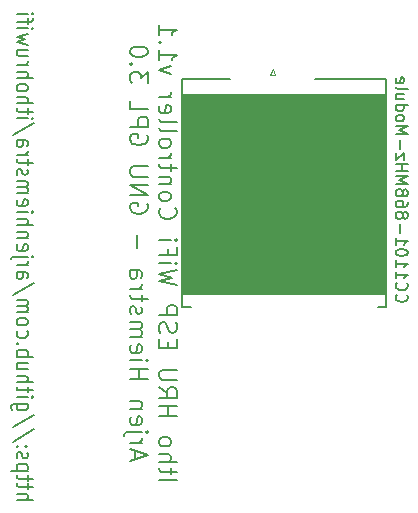
<source format=gbo>
G04 #@! TF.GenerationSoftware,KiCad,Pcbnew,(5.1.9-0-10_14)*
G04 #@! TF.CreationDate,2021-10-19T13:09:04+02:00*
G04 #@! TF.ProjectId,ithowifi_4l,6974686f-7769-4666-995f-346c2e6b6963,rev?*
G04 #@! TF.SameCoordinates,Original*
G04 #@! TF.FileFunction,Legend,Bot*
G04 #@! TF.FilePolarity,Positive*
%FSLAX46Y46*%
G04 Gerber Fmt 4.6, Leading zero omitted, Abs format (unit mm)*
G04 Created by KiCad (PCBNEW (5.1.9-0-10_14)) date 2021-10-19 13:09:04*
%MOMM*%
%LPD*%
G01*
G04 APERTURE LIST*
%ADD10C,0.100000*%
%ADD11C,0.200000*%
%ADD12C,0.150000*%
%ADD13C,0.120000*%
G04 APERTURE END LIST*
D10*
G36*
X104504000Y-131809200D02*
G01*
X87257400Y-131809200D01*
X87232000Y-114842000D01*
X104504000Y-114842000D01*
X104504000Y-131809200D01*
G37*
X104504000Y-131809200D02*
X87257400Y-131809200D01*
X87232000Y-114842000D01*
X104504000Y-114842000D01*
X104504000Y-131809200D01*
D11*
X73217166Y-149222428D02*
X74617166Y-149222428D01*
X73217166Y-148708142D02*
X73950500Y-148708142D01*
X74083833Y-148765285D01*
X74150500Y-148879571D01*
X74150500Y-149051000D01*
X74083833Y-149165285D01*
X74017166Y-149222428D01*
X74150500Y-148308142D02*
X74150500Y-147851000D01*
X74617166Y-148136714D02*
X73417166Y-148136714D01*
X73283833Y-148079571D01*
X73217166Y-147965285D01*
X73217166Y-147851000D01*
X74150500Y-147622428D02*
X74150500Y-147165285D01*
X74617166Y-147451000D02*
X73417166Y-147451000D01*
X73283833Y-147393857D01*
X73217166Y-147279571D01*
X73217166Y-147165285D01*
X74150500Y-146765285D02*
X72750500Y-146765285D01*
X74083833Y-146765285D02*
X74150500Y-146651000D01*
X74150500Y-146422428D01*
X74083833Y-146308142D01*
X74017166Y-146251000D01*
X73883833Y-146193857D01*
X73483833Y-146193857D01*
X73350500Y-146251000D01*
X73283833Y-146308142D01*
X73217166Y-146422428D01*
X73217166Y-146651000D01*
X73283833Y-146765285D01*
X73283833Y-145736714D02*
X73217166Y-145622428D01*
X73217166Y-145393857D01*
X73283833Y-145279571D01*
X73417166Y-145222428D01*
X73483833Y-145222428D01*
X73617166Y-145279571D01*
X73683833Y-145393857D01*
X73683833Y-145565285D01*
X73750500Y-145679571D01*
X73883833Y-145736714D01*
X73950500Y-145736714D01*
X74083833Y-145679571D01*
X74150500Y-145565285D01*
X74150500Y-145393857D01*
X74083833Y-145279571D01*
X73350500Y-144708142D02*
X73283833Y-144651000D01*
X73217166Y-144708142D01*
X73283833Y-144765285D01*
X73350500Y-144708142D01*
X73217166Y-144708142D01*
X74083833Y-144708142D02*
X74017166Y-144651000D01*
X73950500Y-144708142D01*
X74017166Y-144765285D01*
X74083833Y-144708142D01*
X73950500Y-144708142D01*
X74683833Y-143279571D02*
X72883833Y-144308142D01*
X74683833Y-142022428D02*
X72883833Y-143051000D01*
X74150500Y-141108142D02*
X73017166Y-141108142D01*
X72883833Y-141165285D01*
X72817166Y-141222428D01*
X72750500Y-141336714D01*
X72750500Y-141508142D01*
X72817166Y-141622428D01*
X73283833Y-141108142D02*
X73217166Y-141222428D01*
X73217166Y-141451000D01*
X73283833Y-141565285D01*
X73350500Y-141622428D01*
X73483833Y-141679571D01*
X73883833Y-141679571D01*
X74017166Y-141622428D01*
X74083833Y-141565285D01*
X74150500Y-141451000D01*
X74150500Y-141222428D01*
X74083833Y-141108142D01*
X73217166Y-140536714D02*
X74150500Y-140536714D01*
X74617166Y-140536714D02*
X74550500Y-140593857D01*
X74483833Y-140536714D01*
X74550500Y-140479571D01*
X74617166Y-140536714D01*
X74483833Y-140536714D01*
X74150500Y-140136714D02*
X74150500Y-139679571D01*
X74617166Y-139965285D02*
X73417166Y-139965285D01*
X73283833Y-139908142D01*
X73217166Y-139793857D01*
X73217166Y-139679571D01*
X73217166Y-139279571D02*
X74617166Y-139279571D01*
X73217166Y-138765285D02*
X73950500Y-138765285D01*
X74083833Y-138822428D01*
X74150500Y-138936714D01*
X74150500Y-139108142D01*
X74083833Y-139222428D01*
X74017166Y-139279571D01*
X74150500Y-137679571D02*
X73217166Y-137679571D01*
X74150500Y-138193857D02*
X73417166Y-138193857D01*
X73283833Y-138136714D01*
X73217166Y-138022428D01*
X73217166Y-137851000D01*
X73283833Y-137736714D01*
X73350500Y-137679571D01*
X73217166Y-137108142D02*
X74617166Y-137108142D01*
X74083833Y-137108142D02*
X74150500Y-136993857D01*
X74150500Y-136765285D01*
X74083833Y-136651000D01*
X74017166Y-136593857D01*
X73883833Y-136536714D01*
X73483833Y-136536714D01*
X73350500Y-136593857D01*
X73283833Y-136651000D01*
X73217166Y-136765285D01*
X73217166Y-136993857D01*
X73283833Y-137108142D01*
X73350500Y-136022428D02*
X73283833Y-135965285D01*
X73217166Y-136022428D01*
X73283833Y-136079571D01*
X73350500Y-136022428D01*
X73217166Y-136022428D01*
X73283833Y-134936714D02*
X73217166Y-135051000D01*
X73217166Y-135279571D01*
X73283833Y-135393857D01*
X73350500Y-135451000D01*
X73483833Y-135508142D01*
X73883833Y-135508142D01*
X74017166Y-135451000D01*
X74083833Y-135393857D01*
X74150500Y-135279571D01*
X74150500Y-135051000D01*
X74083833Y-134936714D01*
X73217166Y-134251000D02*
X73283833Y-134365285D01*
X73350500Y-134422428D01*
X73483833Y-134479571D01*
X73883833Y-134479571D01*
X74017166Y-134422428D01*
X74083833Y-134365285D01*
X74150500Y-134251000D01*
X74150500Y-134079571D01*
X74083833Y-133965285D01*
X74017166Y-133908142D01*
X73883833Y-133851000D01*
X73483833Y-133851000D01*
X73350500Y-133908142D01*
X73283833Y-133965285D01*
X73217166Y-134079571D01*
X73217166Y-134251000D01*
X73217166Y-133336714D02*
X74150500Y-133336714D01*
X74017166Y-133336714D02*
X74083833Y-133279571D01*
X74150500Y-133165285D01*
X74150500Y-132993857D01*
X74083833Y-132879571D01*
X73950500Y-132822428D01*
X73217166Y-132822428D01*
X73950500Y-132822428D02*
X74083833Y-132765285D01*
X74150500Y-132651000D01*
X74150500Y-132479571D01*
X74083833Y-132365285D01*
X73950500Y-132308142D01*
X73217166Y-132308142D01*
X74683833Y-130879571D02*
X72883833Y-131908142D01*
X73217166Y-129965285D02*
X73950500Y-129965285D01*
X74083833Y-130022428D01*
X74150500Y-130136714D01*
X74150500Y-130365285D01*
X74083833Y-130479571D01*
X73283833Y-129965285D02*
X73217166Y-130079571D01*
X73217166Y-130365285D01*
X73283833Y-130479571D01*
X73417166Y-130536714D01*
X73550500Y-130536714D01*
X73683833Y-130479571D01*
X73750500Y-130365285D01*
X73750500Y-130079571D01*
X73817166Y-129965285D01*
X73217166Y-129393857D02*
X74150500Y-129393857D01*
X73883833Y-129393857D02*
X74017166Y-129336714D01*
X74083833Y-129279571D01*
X74150500Y-129165285D01*
X74150500Y-129050999D01*
X74150500Y-128650999D02*
X72950500Y-128650999D01*
X72817166Y-128708142D01*
X72750500Y-128822428D01*
X72750500Y-128879571D01*
X74617166Y-128650999D02*
X74550500Y-128708142D01*
X74483833Y-128650999D01*
X74550500Y-128593857D01*
X74617166Y-128650999D01*
X74483833Y-128650999D01*
X73283833Y-127622428D02*
X73217166Y-127736714D01*
X73217166Y-127965285D01*
X73283833Y-128079571D01*
X73417166Y-128136714D01*
X73950500Y-128136714D01*
X74083833Y-128079571D01*
X74150500Y-127965285D01*
X74150500Y-127736714D01*
X74083833Y-127622428D01*
X73950500Y-127565285D01*
X73817166Y-127565285D01*
X73683833Y-128136714D01*
X74150500Y-127050999D02*
X73217166Y-127050999D01*
X74017166Y-127050999D02*
X74083833Y-126993857D01*
X74150500Y-126879571D01*
X74150500Y-126708142D01*
X74083833Y-126593857D01*
X73950500Y-126536714D01*
X73217166Y-126536714D01*
X73217166Y-125965285D02*
X74617166Y-125965285D01*
X73217166Y-125450999D02*
X73950500Y-125450999D01*
X74083833Y-125508142D01*
X74150500Y-125622428D01*
X74150500Y-125793857D01*
X74083833Y-125908142D01*
X74017166Y-125965285D01*
X73217166Y-124879571D02*
X74150500Y-124879571D01*
X74617166Y-124879571D02*
X74550500Y-124936714D01*
X74483833Y-124879571D01*
X74550500Y-124822428D01*
X74617166Y-124879571D01*
X74483833Y-124879571D01*
X73283833Y-123850999D02*
X73217166Y-123965285D01*
X73217166Y-124193857D01*
X73283833Y-124308142D01*
X73417166Y-124365285D01*
X73950500Y-124365285D01*
X74083833Y-124308142D01*
X74150500Y-124193857D01*
X74150500Y-123965285D01*
X74083833Y-123850999D01*
X73950500Y-123793857D01*
X73817166Y-123793857D01*
X73683833Y-124365285D01*
X73217166Y-123279571D02*
X74150500Y-123279571D01*
X74017166Y-123279571D02*
X74083833Y-123222428D01*
X74150500Y-123108142D01*
X74150500Y-122936714D01*
X74083833Y-122822428D01*
X73950500Y-122765285D01*
X73217166Y-122765285D01*
X73950500Y-122765285D02*
X74083833Y-122708142D01*
X74150500Y-122593857D01*
X74150500Y-122422428D01*
X74083833Y-122308142D01*
X73950500Y-122250999D01*
X73217166Y-122250999D01*
X73283833Y-121736714D02*
X73217166Y-121622428D01*
X73217166Y-121393857D01*
X73283833Y-121279571D01*
X73417166Y-121222428D01*
X73483833Y-121222428D01*
X73617166Y-121279571D01*
X73683833Y-121393857D01*
X73683833Y-121565285D01*
X73750500Y-121679571D01*
X73883833Y-121736714D01*
X73950500Y-121736714D01*
X74083833Y-121679571D01*
X74150500Y-121565285D01*
X74150500Y-121393857D01*
X74083833Y-121279571D01*
X74150500Y-120879571D02*
X74150500Y-120422428D01*
X74617166Y-120708142D02*
X73417166Y-120708142D01*
X73283833Y-120650999D01*
X73217166Y-120536714D01*
X73217166Y-120422428D01*
X73217166Y-120022428D02*
X74150500Y-120022428D01*
X73883833Y-120022428D02*
X74017166Y-119965285D01*
X74083833Y-119908142D01*
X74150500Y-119793857D01*
X74150500Y-119679571D01*
X73217166Y-118765285D02*
X73950500Y-118765285D01*
X74083833Y-118822428D01*
X74150500Y-118936714D01*
X74150500Y-119165285D01*
X74083833Y-119279571D01*
X73283833Y-118765285D02*
X73217166Y-118879571D01*
X73217166Y-119165285D01*
X73283833Y-119279571D01*
X73417166Y-119336714D01*
X73550500Y-119336714D01*
X73683833Y-119279571D01*
X73750500Y-119165285D01*
X73750500Y-118879571D01*
X73817166Y-118765285D01*
X74683833Y-117336714D02*
X72883833Y-118365285D01*
X73217166Y-116936714D02*
X74150500Y-116936714D01*
X74617166Y-116936714D02*
X74550500Y-116993857D01*
X74483833Y-116936714D01*
X74550500Y-116879571D01*
X74617166Y-116936714D01*
X74483833Y-116936714D01*
X74150500Y-116536714D02*
X74150500Y-116079571D01*
X74617166Y-116365285D02*
X73417166Y-116365285D01*
X73283833Y-116308142D01*
X73217166Y-116193857D01*
X73217166Y-116079571D01*
X73217166Y-115679571D02*
X74617166Y-115679571D01*
X73217166Y-115165285D02*
X73950500Y-115165285D01*
X74083833Y-115222428D01*
X74150500Y-115336714D01*
X74150500Y-115508142D01*
X74083833Y-115622428D01*
X74017166Y-115679571D01*
X73217166Y-114422428D02*
X73283833Y-114536714D01*
X73350500Y-114593857D01*
X73483833Y-114651000D01*
X73883833Y-114651000D01*
X74017166Y-114593857D01*
X74083833Y-114536714D01*
X74150500Y-114422428D01*
X74150500Y-114251000D01*
X74083833Y-114136714D01*
X74017166Y-114079571D01*
X73883833Y-114022428D01*
X73483833Y-114022428D01*
X73350500Y-114079571D01*
X73283833Y-114136714D01*
X73217166Y-114251000D01*
X73217166Y-114422428D01*
X73217166Y-113508142D02*
X74617166Y-113508142D01*
X73217166Y-112993857D02*
X73950500Y-112993857D01*
X74083833Y-113051000D01*
X74150500Y-113165285D01*
X74150500Y-113336714D01*
X74083833Y-113451000D01*
X74017166Y-113508142D01*
X73217166Y-112422428D02*
X74150500Y-112422428D01*
X73883833Y-112422428D02*
X74017166Y-112365285D01*
X74083833Y-112308142D01*
X74150500Y-112193857D01*
X74150500Y-112079571D01*
X74150500Y-111165285D02*
X73217166Y-111165285D01*
X74150500Y-111679571D02*
X73417166Y-111679571D01*
X73283833Y-111622428D01*
X73217166Y-111508142D01*
X73217166Y-111336714D01*
X73283833Y-111222428D01*
X73350500Y-111165285D01*
X74150500Y-110708142D02*
X73217166Y-110479571D01*
X73883833Y-110251000D01*
X73217166Y-110022428D01*
X74150500Y-109793857D01*
X73217166Y-109336714D02*
X74150500Y-109336714D01*
X74617166Y-109336714D02*
X74550500Y-109393857D01*
X74483833Y-109336714D01*
X74550500Y-109279571D01*
X74617166Y-109336714D01*
X74483833Y-109336714D01*
X74150500Y-108936714D02*
X74150500Y-108479571D01*
X73217166Y-108765285D02*
X74417166Y-108765285D01*
X74550500Y-108708142D01*
X74617166Y-108593857D01*
X74617166Y-108479571D01*
X73217166Y-108079571D02*
X74150500Y-108079571D01*
X74617166Y-108079571D02*
X74550500Y-108136714D01*
X74483833Y-108079571D01*
X74550500Y-108022428D01*
X74617166Y-108079571D01*
X74483833Y-108079571D01*
X85255428Y-147583500D02*
X86755428Y-147583500D01*
X86255428Y-147083500D02*
X86255428Y-146512071D01*
X86755428Y-146869214D02*
X85469714Y-146869214D01*
X85326857Y-146797785D01*
X85255428Y-146654928D01*
X85255428Y-146512071D01*
X85255428Y-146012071D02*
X86755428Y-146012071D01*
X85255428Y-145369214D02*
X86041142Y-145369214D01*
X86184000Y-145440642D01*
X86255428Y-145583500D01*
X86255428Y-145797785D01*
X86184000Y-145940642D01*
X86112571Y-146012071D01*
X85255428Y-144440642D02*
X85326857Y-144583500D01*
X85398285Y-144654928D01*
X85541142Y-144726357D01*
X85969714Y-144726357D01*
X86112571Y-144654928D01*
X86184000Y-144583500D01*
X86255428Y-144440642D01*
X86255428Y-144226357D01*
X86184000Y-144083500D01*
X86112571Y-144012071D01*
X85969714Y-143940642D01*
X85541142Y-143940642D01*
X85398285Y-144012071D01*
X85326857Y-144083500D01*
X85255428Y-144226357D01*
X85255428Y-144440642D01*
X85255428Y-142154928D02*
X86755428Y-142154928D01*
X86041142Y-142154928D02*
X86041142Y-141297785D01*
X85255428Y-141297785D02*
X86755428Y-141297785D01*
X85255428Y-139726357D02*
X85969714Y-140226357D01*
X85255428Y-140583500D02*
X86755428Y-140583500D01*
X86755428Y-140012071D01*
X86684000Y-139869214D01*
X86612571Y-139797785D01*
X86469714Y-139726357D01*
X86255428Y-139726357D01*
X86112571Y-139797785D01*
X86041142Y-139869214D01*
X85969714Y-140012071D01*
X85969714Y-140583500D01*
X86755428Y-139083500D02*
X85541142Y-139083500D01*
X85398285Y-139012071D01*
X85326857Y-138940642D01*
X85255428Y-138797785D01*
X85255428Y-138512071D01*
X85326857Y-138369214D01*
X85398285Y-138297785D01*
X85541142Y-138226357D01*
X86755428Y-138226357D01*
X86041142Y-136369214D02*
X86041142Y-135869214D01*
X85255428Y-135654928D02*
X85255428Y-136369214D01*
X86755428Y-136369214D01*
X86755428Y-135654928D01*
X85326857Y-135083500D02*
X85255428Y-134869214D01*
X85255428Y-134512071D01*
X85326857Y-134369214D01*
X85398285Y-134297785D01*
X85541142Y-134226357D01*
X85684000Y-134226357D01*
X85826857Y-134297785D01*
X85898285Y-134369214D01*
X85969714Y-134512071D01*
X86041142Y-134797785D01*
X86112571Y-134940642D01*
X86184000Y-135012071D01*
X86326857Y-135083500D01*
X86469714Y-135083500D01*
X86612571Y-135012071D01*
X86684000Y-134940642D01*
X86755428Y-134797785D01*
X86755428Y-134440642D01*
X86684000Y-134226357D01*
X85255428Y-133583500D02*
X86755428Y-133583500D01*
X86755428Y-133012071D01*
X86684000Y-132869214D01*
X86612571Y-132797785D01*
X86469714Y-132726357D01*
X86255428Y-132726357D01*
X86112571Y-132797785D01*
X86041142Y-132869214D01*
X85969714Y-133012071D01*
X85969714Y-133583500D01*
X86755428Y-131083500D02*
X85255428Y-130726357D01*
X86326857Y-130440642D01*
X85255428Y-130154928D01*
X86755428Y-129797785D01*
X85255428Y-129226357D02*
X86255428Y-129226357D01*
X86755428Y-129226357D02*
X86684000Y-129297785D01*
X86612571Y-129226357D01*
X86684000Y-129154928D01*
X86755428Y-129226357D01*
X86612571Y-129226357D01*
X86041142Y-128012071D02*
X86041142Y-128512071D01*
X85255428Y-128512071D02*
X86755428Y-128512071D01*
X86755428Y-127797785D01*
X85255428Y-127226357D02*
X86255428Y-127226357D01*
X86755428Y-127226357D02*
X86684000Y-127297785D01*
X86612571Y-127226357D01*
X86684000Y-127154928D01*
X86755428Y-127226357D01*
X86612571Y-127226357D01*
X85398285Y-124512071D02*
X85326857Y-124583500D01*
X85255428Y-124797785D01*
X85255428Y-124940642D01*
X85326857Y-125154928D01*
X85469714Y-125297785D01*
X85612571Y-125369214D01*
X85898285Y-125440642D01*
X86112571Y-125440642D01*
X86398285Y-125369214D01*
X86541142Y-125297785D01*
X86684000Y-125154928D01*
X86755428Y-124940642D01*
X86755428Y-124797785D01*
X86684000Y-124583500D01*
X86612571Y-124512071D01*
X85255428Y-123654928D02*
X85326857Y-123797785D01*
X85398285Y-123869214D01*
X85541142Y-123940642D01*
X85969714Y-123940642D01*
X86112571Y-123869214D01*
X86184000Y-123797785D01*
X86255428Y-123654928D01*
X86255428Y-123440642D01*
X86184000Y-123297785D01*
X86112571Y-123226357D01*
X85969714Y-123154928D01*
X85541142Y-123154928D01*
X85398285Y-123226357D01*
X85326857Y-123297785D01*
X85255428Y-123440642D01*
X85255428Y-123654928D01*
X86255428Y-122512071D02*
X85255428Y-122512071D01*
X86112571Y-122512071D02*
X86184000Y-122440642D01*
X86255428Y-122297785D01*
X86255428Y-122083500D01*
X86184000Y-121940642D01*
X86041142Y-121869214D01*
X85255428Y-121869214D01*
X86255428Y-121369214D02*
X86255428Y-120797785D01*
X86755428Y-121154928D02*
X85469714Y-121154928D01*
X85326857Y-121083500D01*
X85255428Y-120940642D01*
X85255428Y-120797785D01*
X85255428Y-120297785D02*
X86255428Y-120297785D01*
X85969714Y-120297785D02*
X86112571Y-120226357D01*
X86184000Y-120154928D01*
X86255428Y-120012071D01*
X86255428Y-119869214D01*
X85255428Y-119154928D02*
X85326857Y-119297785D01*
X85398285Y-119369214D01*
X85541142Y-119440642D01*
X85969714Y-119440642D01*
X86112571Y-119369214D01*
X86184000Y-119297785D01*
X86255428Y-119154928D01*
X86255428Y-118940642D01*
X86184000Y-118797785D01*
X86112571Y-118726357D01*
X85969714Y-118654928D01*
X85541142Y-118654928D01*
X85398285Y-118726357D01*
X85326857Y-118797785D01*
X85255428Y-118940642D01*
X85255428Y-119154928D01*
X85255428Y-117797785D02*
X85326857Y-117940642D01*
X85469714Y-118012071D01*
X86755428Y-118012071D01*
X85255428Y-117012071D02*
X85326857Y-117154928D01*
X85469714Y-117226357D01*
X86755428Y-117226357D01*
X85326857Y-115869214D02*
X85255428Y-116012071D01*
X85255428Y-116297785D01*
X85326857Y-116440642D01*
X85469714Y-116512071D01*
X86041142Y-116512071D01*
X86184000Y-116440642D01*
X86255428Y-116297785D01*
X86255428Y-116012071D01*
X86184000Y-115869214D01*
X86041142Y-115797785D01*
X85898285Y-115797785D01*
X85755428Y-116512071D01*
X85255428Y-115154928D02*
X86255428Y-115154928D01*
X85969714Y-115154928D02*
X86112571Y-115083500D01*
X86184000Y-115012071D01*
X86255428Y-114869214D01*
X86255428Y-114726357D01*
X86255428Y-113226357D02*
X85255428Y-112869214D01*
X86255428Y-112512071D01*
X85255428Y-111154928D02*
X85255428Y-112012071D01*
X85255428Y-111583500D02*
X86755428Y-111583500D01*
X86541142Y-111726357D01*
X86398285Y-111869214D01*
X86326857Y-112012071D01*
X85398285Y-110512071D02*
X85326857Y-110440642D01*
X85255428Y-110512071D01*
X85326857Y-110583500D01*
X85398285Y-110512071D01*
X85255428Y-110512071D01*
X85255428Y-109012071D02*
X85255428Y-109869214D01*
X85255428Y-109440642D02*
X86755428Y-109440642D01*
X86541142Y-109583500D01*
X86398285Y-109726357D01*
X86326857Y-109869214D01*
X83234000Y-145797785D02*
X83234000Y-145083500D01*
X82805428Y-145940642D02*
X84305428Y-145440642D01*
X82805428Y-144940642D01*
X82805428Y-144440642D02*
X83805428Y-144440642D01*
X83519714Y-144440642D02*
X83662571Y-144369214D01*
X83734000Y-144297785D01*
X83805428Y-144154928D01*
X83805428Y-144012071D01*
X83805428Y-143512071D02*
X82519714Y-143512071D01*
X82376857Y-143583500D01*
X82305428Y-143726357D01*
X82305428Y-143797785D01*
X84305428Y-143512071D02*
X84234000Y-143583500D01*
X84162571Y-143512071D01*
X84234000Y-143440642D01*
X84305428Y-143512071D01*
X84162571Y-143512071D01*
X82876857Y-142226357D02*
X82805428Y-142369214D01*
X82805428Y-142654928D01*
X82876857Y-142797785D01*
X83019714Y-142869214D01*
X83591142Y-142869214D01*
X83734000Y-142797785D01*
X83805428Y-142654928D01*
X83805428Y-142369214D01*
X83734000Y-142226357D01*
X83591142Y-142154928D01*
X83448285Y-142154928D01*
X83305428Y-142869214D01*
X83805428Y-141512071D02*
X82805428Y-141512071D01*
X83662571Y-141512071D02*
X83734000Y-141440642D01*
X83805428Y-141297785D01*
X83805428Y-141083500D01*
X83734000Y-140940642D01*
X83591142Y-140869214D01*
X82805428Y-140869214D01*
X82805428Y-139012071D02*
X84305428Y-139012071D01*
X83591142Y-139012071D02*
X83591142Y-138154928D01*
X82805428Y-138154928D02*
X84305428Y-138154928D01*
X82805428Y-137440642D02*
X83805428Y-137440642D01*
X84305428Y-137440642D02*
X84234000Y-137512071D01*
X84162571Y-137440642D01*
X84234000Y-137369214D01*
X84305428Y-137440642D01*
X84162571Y-137440642D01*
X82876857Y-136154928D02*
X82805428Y-136297785D01*
X82805428Y-136583500D01*
X82876857Y-136726357D01*
X83019714Y-136797785D01*
X83591142Y-136797785D01*
X83734000Y-136726357D01*
X83805428Y-136583500D01*
X83805428Y-136297785D01*
X83734000Y-136154928D01*
X83591142Y-136083500D01*
X83448285Y-136083500D01*
X83305428Y-136797785D01*
X82805428Y-135440642D02*
X83805428Y-135440642D01*
X83662571Y-135440642D02*
X83734000Y-135369214D01*
X83805428Y-135226357D01*
X83805428Y-135012071D01*
X83734000Y-134869214D01*
X83591142Y-134797785D01*
X82805428Y-134797785D01*
X83591142Y-134797785D02*
X83734000Y-134726357D01*
X83805428Y-134583500D01*
X83805428Y-134369214D01*
X83734000Y-134226357D01*
X83591142Y-134154928D01*
X82805428Y-134154928D01*
X82876857Y-133512071D02*
X82805428Y-133369214D01*
X82805428Y-133083500D01*
X82876857Y-132940642D01*
X83019714Y-132869214D01*
X83091142Y-132869214D01*
X83234000Y-132940642D01*
X83305428Y-133083500D01*
X83305428Y-133297785D01*
X83376857Y-133440642D01*
X83519714Y-133512071D01*
X83591142Y-133512071D01*
X83734000Y-133440642D01*
X83805428Y-133297785D01*
X83805428Y-133083500D01*
X83734000Y-132940642D01*
X83805428Y-132440642D02*
X83805428Y-131869214D01*
X84305428Y-132226357D02*
X83019714Y-132226357D01*
X82876857Y-132154928D01*
X82805428Y-132012071D01*
X82805428Y-131869214D01*
X82805428Y-131369214D02*
X83805428Y-131369214D01*
X83519714Y-131369214D02*
X83662571Y-131297785D01*
X83734000Y-131226357D01*
X83805428Y-131083500D01*
X83805428Y-130940642D01*
X82805428Y-129797785D02*
X83591142Y-129797785D01*
X83734000Y-129869214D01*
X83805428Y-130012071D01*
X83805428Y-130297785D01*
X83734000Y-130440642D01*
X82876857Y-129797785D02*
X82805428Y-129940642D01*
X82805428Y-130297785D01*
X82876857Y-130440642D01*
X83019714Y-130512071D01*
X83162571Y-130512071D01*
X83305428Y-130440642D01*
X83376857Y-130297785D01*
X83376857Y-129940642D01*
X83448285Y-129797785D01*
X83376857Y-127940642D02*
X83376857Y-126797785D01*
X84234000Y-124154928D02*
X84305428Y-124297785D01*
X84305428Y-124512071D01*
X84234000Y-124726357D01*
X84091142Y-124869214D01*
X83948285Y-124940642D01*
X83662571Y-125012071D01*
X83448285Y-125012071D01*
X83162571Y-124940642D01*
X83019714Y-124869214D01*
X82876857Y-124726357D01*
X82805428Y-124512071D01*
X82805428Y-124369214D01*
X82876857Y-124154928D01*
X82948285Y-124083500D01*
X83448285Y-124083500D01*
X83448285Y-124369214D01*
X82805428Y-123440642D02*
X84305428Y-123440642D01*
X82805428Y-122583500D01*
X84305428Y-122583500D01*
X84305428Y-121869214D02*
X83091142Y-121869214D01*
X82948285Y-121797785D01*
X82876857Y-121726357D01*
X82805428Y-121583500D01*
X82805428Y-121297785D01*
X82876857Y-121154928D01*
X82948285Y-121083500D01*
X83091142Y-121012071D01*
X84305428Y-121012071D01*
X84234000Y-118369214D02*
X84305428Y-118512071D01*
X84305428Y-118726357D01*
X84234000Y-118940642D01*
X84091142Y-119083500D01*
X83948285Y-119154928D01*
X83662571Y-119226357D01*
X83448285Y-119226357D01*
X83162571Y-119154928D01*
X83019714Y-119083500D01*
X82876857Y-118940642D01*
X82805428Y-118726357D01*
X82805428Y-118583500D01*
X82876857Y-118369214D01*
X82948285Y-118297785D01*
X83448285Y-118297785D01*
X83448285Y-118583500D01*
X82805428Y-117654928D02*
X84305428Y-117654928D01*
X84305428Y-117083500D01*
X84234000Y-116940642D01*
X84162571Y-116869214D01*
X84019714Y-116797785D01*
X83805428Y-116797785D01*
X83662571Y-116869214D01*
X83591142Y-116940642D01*
X83519714Y-117083500D01*
X83519714Y-117654928D01*
X82805428Y-115440642D02*
X82805428Y-116154928D01*
X84305428Y-116154928D01*
X84305428Y-113940642D02*
X84305428Y-113012071D01*
X83734000Y-113512071D01*
X83734000Y-113297785D01*
X83662571Y-113154928D01*
X83591142Y-113083500D01*
X83448285Y-113012071D01*
X83091142Y-113012071D01*
X82948285Y-113083500D01*
X82876857Y-113154928D01*
X82805428Y-113297785D01*
X82805428Y-113726357D01*
X82876857Y-113869214D01*
X82948285Y-113940642D01*
X82948285Y-112369214D02*
X82876857Y-112297785D01*
X82805428Y-112369214D01*
X82876857Y-112440642D01*
X82948285Y-112369214D01*
X82805428Y-112369214D01*
X84305428Y-111369214D02*
X84305428Y-111226357D01*
X84234000Y-111083500D01*
X84162571Y-111012071D01*
X84019714Y-110940642D01*
X83734000Y-110869214D01*
X83376857Y-110869214D01*
X83091142Y-110940642D01*
X82948285Y-111012071D01*
X82876857Y-111083500D01*
X82805428Y-111226357D01*
X82805428Y-111369214D01*
X82876857Y-111512071D01*
X82948285Y-111583500D01*
X83091142Y-111654928D01*
X83376857Y-111726357D01*
X83734000Y-111726357D01*
X84019714Y-111654928D01*
X84162571Y-111583500D01*
X84234000Y-111512071D01*
X84305428Y-111369214D01*
D12*
X104522000Y-132889000D02*
X104522000Y-113589000D01*
X104522000Y-113589000D02*
X98497000Y-113589000D01*
X91247000Y-113589000D02*
X87222000Y-113589000D01*
X87222000Y-113589000D02*
X87222000Y-132889000D01*
X87222000Y-132889000D02*
X87972000Y-132889000D01*
X103772000Y-132889000D02*
X104522000Y-132889000D01*
D13*
X94631400Y-113258400D02*
X94881400Y-112758400D01*
X95131400Y-113258400D02*
X94631400Y-113258400D01*
X94881400Y-112758400D02*
X95131400Y-113258400D01*
D12*
X105420857Y-131865952D02*
X105373238Y-131913571D01*
X105325619Y-132056428D01*
X105325619Y-132151666D01*
X105373238Y-132294523D01*
X105468476Y-132389761D01*
X105563714Y-132437380D01*
X105754190Y-132485000D01*
X105897047Y-132485000D01*
X106087523Y-132437380D01*
X106182761Y-132389761D01*
X106278000Y-132294523D01*
X106325619Y-132151666D01*
X106325619Y-132056428D01*
X106278000Y-131913571D01*
X106230380Y-131865952D01*
X105420857Y-130865952D02*
X105373238Y-130913571D01*
X105325619Y-131056428D01*
X105325619Y-131151666D01*
X105373238Y-131294523D01*
X105468476Y-131389761D01*
X105563714Y-131437380D01*
X105754190Y-131485000D01*
X105897047Y-131485000D01*
X106087523Y-131437380D01*
X106182761Y-131389761D01*
X106278000Y-131294523D01*
X106325619Y-131151666D01*
X106325619Y-131056428D01*
X106278000Y-130913571D01*
X106230380Y-130865952D01*
X105325619Y-129913571D02*
X105325619Y-130485000D01*
X105325619Y-130199285D02*
X106325619Y-130199285D01*
X106182761Y-130294523D01*
X106087523Y-130389761D01*
X106039904Y-130485000D01*
X105325619Y-128961190D02*
X105325619Y-129532619D01*
X105325619Y-129246904D02*
X106325619Y-129246904D01*
X106182761Y-129342142D01*
X106087523Y-129437380D01*
X106039904Y-129532619D01*
X106325619Y-128342142D02*
X106325619Y-128246904D01*
X106278000Y-128151666D01*
X106230380Y-128104047D01*
X106135142Y-128056428D01*
X105944666Y-128008809D01*
X105706571Y-128008809D01*
X105516095Y-128056428D01*
X105420857Y-128104047D01*
X105373238Y-128151666D01*
X105325619Y-128246904D01*
X105325619Y-128342142D01*
X105373238Y-128437380D01*
X105420857Y-128485000D01*
X105516095Y-128532619D01*
X105706571Y-128580238D01*
X105944666Y-128580238D01*
X106135142Y-128532619D01*
X106230380Y-128485000D01*
X106278000Y-128437380D01*
X106325619Y-128342142D01*
X105325619Y-127056428D02*
X105325619Y-127627857D01*
X105325619Y-127342142D02*
X106325619Y-127342142D01*
X106182761Y-127437380D01*
X106087523Y-127532619D01*
X106039904Y-127627857D01*
X105706571Y-126627857D02*
X105706571Y-125865952D01*
X105897047Y-125246904D02*
X105944666Y-125342142D01*
X105992285Y-125389761D01*
X106087523Y-125437380D01*
X106135142Y-125437380D01*
X106230380Y-125389761D01*
X106278000Y-125342142D01*
X106325619Y-125246904D01*
X106325619Y-125056428D01*
X106278000Y-124961190D01*
X106230380Y-124913571D01*
X106135142Y-124865952D01*
X106087523Y-124865952D01*
X105992285Y-124913571D01*
X105944666Y-124961190D01*
X105897047Y-125056428D01*
X105897047Y-125246904D01*
X105849428Y-125342142D01*
X105801809Y-125389761D01*
X105706571Y-125437380D01*
X105516095Y-125437380D01*
X105420857Y-125389761D01*
X105373238Y-125342142D01*
X105325619Y-125246904D01*
X105325619Y-125056428D01*
X105373238Y-124961190D01*
X105420857Y-124913571D01*
X105516095Y-124865952D01*
X105706571Y-124865952D01*
X105801809Y-124913571D01*
X105849428Y-124961190D01*
X105897047Y-125056428D01*
X106325619Y-124008809D02*
X106325619Y-124199285D01*
X106278000Y-124294523D01*
X106230380Y-124342142D01*
X106087523Y-124437380D01*
X105897047Y-124485000D01*
X105516095Y-124485000D01*
X105420857Y-124437380D01*
X105373238Y-124389761D01*
X105325619Y-124294523D01*
X105325619Y-124104047D01*
X105373238Y-124008809D01*
X105420857Y-123961190D01*
X105516095Y-123913571D01*
X105754190Y-123913571D01*
X105849428Y-123961190D01*
X105897047Y-124008809D01*
X105944666Y-124104047D01*
X105944666Y-124294523D01*
X105897047Y-124389761D01*
X105849428Y-124437380D01*
X105754190Y-124485000D01*
X105897047Y-123342142D02*
X105944666Y-123437380D01*
X105992285Y-123485000D01*
X106087523Y-123532619D01*
X106135142Y-123532619D01*
X106230380Y-123485000D01*
X106278000Y-123437380D01*
X106325619Y-123342142D01*
X106325619Y-123151666D01*
X106278000Y-123056428D01*
X106230380Y-123008809D01*
X106135142Y-122961190D01*
X106087523Y-122961190D01*
X105992285Y-123008809D01*
X105944666Y-123056428D01*
X105897047Y-123151666D01*
X105897047Y-123342142D01*
X105849428Y-123437380D01*
X105801809Y-123485000D01*
X105706571Y-123532619D01*
X105516095Y-123532619D01*
X105420857Y-123485000D01*
X105373238Y-123437380D01*
X105325619Y-123342142D01*
X105325619Y-123151666D01*
X105373238Y-123056428D01*
X105420857Y-123008809D01*
X105516095Y-122961190D01*
X105706571Y-122961190D01*
X105801809Y-123008809D01*
X105849428Y-123056428D01*
X105897047Y-123151666D01*
X105325619Y-122532619D02*
X106325619Y-122532619D01*
X105611333Y-122199285D01*
X106325619Y-121865952D01*
X105325619Y-121865952D01*
X105325619Y-121389761D02*
X106325619Y-121389761D01*
X105849428Y-121389761D02*
X105849428Y-120818333D01*
X105325619Y-120818333D02*
X106325619Y-120818333D01*
X105992285Y-120437380D02*
X105992285Y-119913571D01*
X105325619Y-120437380D01*
X105325619Y-119913571D01*
X105706571Y-119532619D02*
X105706571Y-118770714D01*
X105325619Y-118294523D02*
X106325619Y-118294523D01*
X105611333Y-117961190D01*
X106325619Y-117627857D01*
X105325619Y-117627857D01*
X105325619Y-117008809D02*
X105373238Y-117104047D01*
X105420857Y-117151666D01*
X105516095Y-117199285D01*
X105801809Y-117199285D01*
X105897047Y-117151666D01*
X105944666Y-117104047D01*
X105992285Y-117008809D01*
X105992285Y-116865952D01*
X105944666Y-116770714D01*
X105897047Y-116723095D01*
X105801809Y-116675476D01*
X105516095Y-116675476D01*
X105420857Y-116723095D01*
X105373238Y-116770714D01*
X105325619Y-116865952D01*
X105325619Y-117008809D01*
X105325619Y-115818333D02*
X106325619Y-115818333D01*
X105373238Y-115818333D02*
X105325619Y-115913571D01*
X105325619Y-116104047D01*
X105373238Y-116199285D01*
X105420857Y-116246904D01*
X105516095Y-116294523D01*
X105801809Y-116294523D01*
X105897047Y-116246904D01*
X105944666Y-116199285D01*
X105992285Y-116104047D01*
X105992285Y-115913571D01*
X105944666Y-115818333D01*
X105992285Y-114913571D02*
X105325619Y-114913571D01*
X105992285Y-115342142D02*
X105468476Y-115342142D01*
X105373238Y-115294523D01*
X105325619Y-115199285D01*
X105325619Y-115056428D01*
X105373238Y-114961190D01*
X105420857Y-114913571D01*
X105325619Y-114294523D02*
X105373238Y-114389761D01*
X105468476Y-114437380D01*
X106325619Y-114437380D01*
X105373238Y-113532619D02*
X105325619Y-113627857D01*
X105325619Y-113818333D01*
X105373238Y-113913571D01*
X105468476Y-113961190D01*
X105849428Y-113961190D01*
X105944666Y-113913571D01*
X105992285Y-113818333D01*
X105992285Y-113627857D01*
X105944666Y-113532619D01*
X105849428Y-113485000D01*
X105754190Y-113485000D01*
X105658952Y-113961190D01*
M02*

</source>
